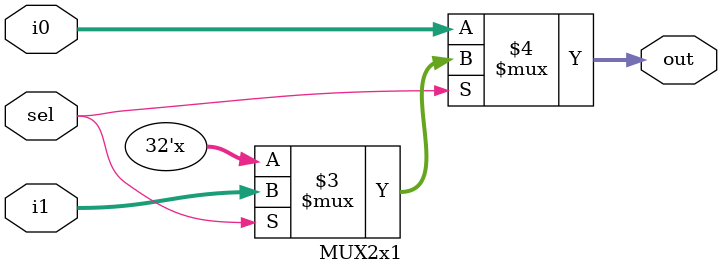
<source format=v>
module MUX2x1(i0, i1, sel, out);
	input[31:0] i0, i1;
	input sel;
	output[31:0] out;
	assign out = (sel==1'b0) ? i0 :
			(sel==1'b1) ? i1 : 32'bx;
endmodule

</source>
